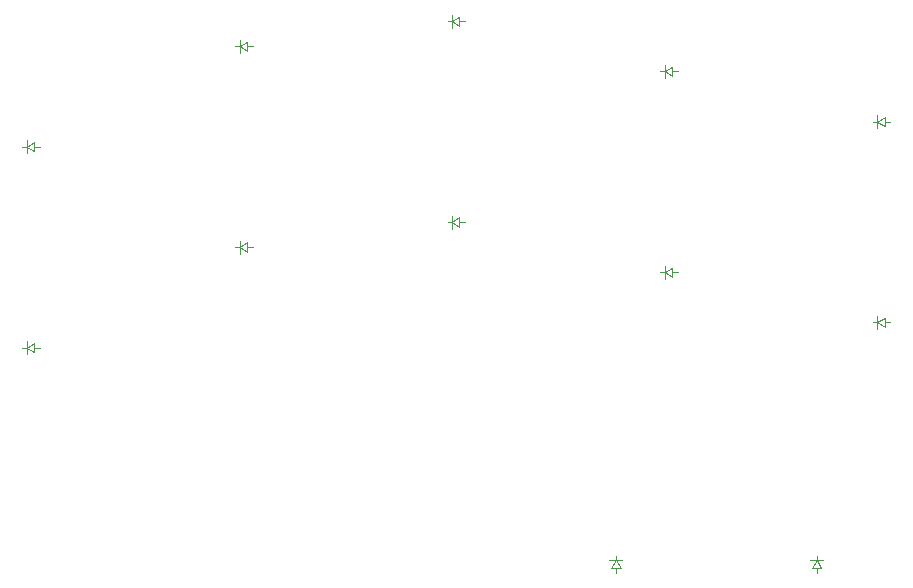
<source format=gbo>
G04 #@! TF.GenerationSoftware,KiCad,Pcbnew,7.0.8*
G04 #@! TF.CreationDate,2024-04-01T22:38:09+01:00*
G04 #@! TF.ProjectId,left,6c656674-2e6b-4696-9361-645f70636258,v1.0.0*
G04 #@! TF.SameCoordinates,Original*
G04 #@! TF.FileFunction,Legend,Bot*
G04 #@! TF.FilePolarity,Positive*
%FSLAX46Y46*%
G04 Gerber Fmt 4.6, Leading zero omitted, Abs format (unit mm)*
G04 Created by KiCad (PCBNEW 7.0.8) date 2024-04-01 22:38:09*
%MOMM*%
%LPD*%
G01*
G04 APERTURE LIST*
%ADD10C,0.100000*%
%ADD11C,3.429000*%
%ADD12C,1.701800*%
%ADD13C,2.032000*%
%ADD14R,0.900000X1.200000*%
%ADD15R,1.200000X0.900000*%
G04 APERTURE END LIST*
D10*
X109250000Y-141125000D02*
X109750000Y-141125000D01*
X109250000Y-141525000D02*
X108650000Y-141125000D01*
X109250000Y-140725000D02*
X109250000Y-141525000D01*
X108650000Y-141125000D02*
X109250000Y-140725000D01*
X108650000Y-141125000D02*
X108650000Y-141675000D01*
X108650000Y-141125000D02*
X108650000Y-140575000D01*
X108250000Y-141125000D02*
X108650000Y-141125000D01*
X109250000Y-124125000D02*
X109750000Y-124125000D01*
X109250000Y-124525000D02*
X108650000Y-124125000D01*
X109250000Y-123725000D02*
X109250000Y-124525000D01*
X108650000Y-124125000D02*
X109250000Y-123725000D01*
X108650000Y-124125000D02*
X108650000Y-124675000D01*
X108650000Y-124125000D02*
X108650000Y-123575000D01*
X108250000Y-124125000D02*
X108650000Y-124125000D01*
X127250000Y-132625000D02*
X127750000Y-132625000D01*
X127250000Y-133025000D02*
X126650000Y-132625000D01*
X127250000Y-132225000D02*
X127250000Y-133025000D01*
X126650000Y-132625000D02*
X127250000Y-132225000D01*
X126650000Y-132625000D02*
X126650000Y-133175000D01*
X126650000Y-132625000D02*
X126650000Y-132075000D01*
X126250000Y-132625000D02*
X126650000Y-132625000D01*
X127250000Y-115625000D02*
X127750000Y-115625000D01*
X127250000Y-116025000D02*
X126650000Y-115625000D01*
X127250000Y-115225000D02*
X127250000Y-116025000D01*
X126650000Y-115625000D02*
X127250000Y-115225000D01*
X126650000Y-115625000D02*
X126650000Y-116175000D01*
X126650000Y-115625000D02*
X126650000Y-115075000D01*
X126250000Y-115625000D02*
X126650000Y-115625000D01*
X145250000Y-130500000D02*
X145750000Y-130500000D01*
X145250000Y-130900000D02*
X144650000Y-130500000D01*
X145250000Y-130100000D02*
X145250000Y-130900000D01*
X144650000Y-130500000D02*
X145250000Y-130100000D01*
X144650000Y-130500000D02*
X144650000Y-131050000D01*
X144650000Y-130500000D02*
X144650000Y-129950000D01*
X144250000Y-130500000D02*
X144650000Y-130500000D01*
X145250000Y-113500000D02*
X145750000Y-113500000D01*
X145250000Y-113900000D02*
X144650000Y-113500000D01*
X145250000Y-113100000D02*
X145250000Y-113900000D01*
X144650000Y-113500000D02*
X145250000Y-113100000D01*
X144650000Y-113500000D02*
X144650000Y-114050000D01*
X144650000Y-113500000D02*
X144650000Y-112950000D01*
X144250000Y-113500000D02*
X144650000Y-113500000D01*
X163250000Y-134750000D02*
X163750000Y-134750000D01*
X163250000Y-135150000D02*
X162650000Y-134750000D01*
X163250000Y-134350000D02*
X163250000Y-135150000D01*
X162650000Y-134750000D02*
X163250000Y-134350000D01*
X162650000Y-134750000D02*
X162650000Y-135300000D01*
X162650000Y-134750000D02*
X162650000Y-134200000D01*
X162250000Y-134750000D02*
X162650000Y-134750000D01*
X163250000Y-117750000D02*
X163750000Y-117750000D01*
X163250000Y-118150000D02*
X162650000Y-117750000D01*
X163250000Y-117350000D02*
X163250000Y-118150000D01*
X162650000Y-117750000D02*
X163250000Y-117350000D01*
X162650000Y-117750000D02*
X162650000Y-118300000D01*
X162650000Y-117750000D02*
X162650000Y-117200000D01*
X162250000Y-117750000D02*
X162650000Y-117750000D01*
X181250000Y-139000000D02*
X181750000Y-139000000D01*
X181250000Y-139400000D02*
X180650000Y-139000000D01*
X181250000Y-138600000D02*
X181250000Y-139400000D01*
X180650000Y-139000000D02*
X181250000Y-138600000D01*
X180650000Y-139000000D02*
X180650000Y-139550000D01*
X180650000Y-139000000D02*
X180650000Y-138450000D01*
X180250000Y-139000000D02*
X180650000Y-139000000D01*
X181250000Y-122000000D02*
X181750000Y-122000000D01*
X181250000Y-122400000D02*
X180650000Y-122000000D01*
X181250000Y-121600000D02*
X181250000Y-122400000D01*
X180650000Y-122000000D02*
X181250000Y-121600000D01*
X180650000Y-122000000D02*
X180650000Y-122550000D01*
X180650000Y-122000000D02*
X180650000Y-121450000D01*
X180250000Y-122000000D02*
X180650000Y-122000000D01*
X158500000Y-159750000D02*
X158500000Y-160250000D01*
X158100000Y-159750000D02*
X158500000Y-159150000D01*
X158900000Y-159750000D02*
X158100000Y-159750000D01*
X158500000Y-159150000D02*
X158900000Y-159750000D01*
X158500000Y-159150000D02*
X157950000Y-159150000D01*
X158500000Y-159150000D02*
X159050000Y-159150000D01*
X158500000Y-158750000D02*
X158500000Y-159150000D01*
X175500000Y-159750000D02*
X175500000Y-160250000D01*
X175100000Y-159750000D02*
X175500000Y-159150000D01*
X175900000Y-159750000D02*
X175100000Y-159750000D01*
X175500000Y-159150000D02*
X175900000Y-159750000D01*
X175500000Y-159150000D02*
X174950000Y-159150000D01*
X175500000Y-159150000D02*
X176050000Y-159150000D01*
X175500000Y-158750000D02*
X175500000Y-159150000D01*
%LPC*%
D11*
X109000000Y-136125000D03*
D12*
X114500000Y-136125000D03*
X103500000Y-136125000D03*
D13*
X114000000Y-132325000D03*
X109000000Y-130225000D03*
D11*
X109000000Y-119125000D03*
D12*
X114500000Y-119125000D03*
X103500000Y-119125000D03*
D13*
X114000000Y-115325000D03*
X109000000Y-113225000D03*
D11*
X127000000Y-127625000D03*
D12*
X132500000Y-127625000D03*
X121500000Y-127625000D03*
D13*
X132000000Y-123825000D03*
X127000000Y-121725000D03*
D11*
X127000000Y-110625000D03*
D12*
X132500000Y-110625000D03*
X121500000Y-110625000D03*
D13*
X132000000Y-106825000D03*
X127000000Y-104725000D03*
D11*
X145000000Y-125500000D03*
D12*
X150500000Y-125500000D03*
X139500000Y-125500000D03*
D13*
X150000000Y-121700000D03*
X145000000Y-119600000D03*
D11*
X145000000Y-108500000D03*
D12*
X150500000Y-108500000D03*
X139500000Y-108500000D03*
D13*
X150000000Y-104700000D03*
X145000000Y-102600000D03*
D11*
X163000000Y-129750000D03*
D12*
X168500000Y-129750000D03*
X157500000Y-129750000D03*
D13*
X168000000Y-125950000D03*
X163000000Y-123850000D03*
D11*
X163000000Y-112750000D03*
D12*
X168500000Y-112750000D03*
X157500000Y-112750000D03*
D13*
X168000000Y-108950000D03*
X163000000Y-106850000D03*
D11*
X181000000Y-134000000D03*
D12*
X186500000Y-134000000D03*
X175500000Y-134000000D03*
D13*
X186000000Y-130200000D03*
X181000000Y-128100000D03*
D11*
X181000000Y-117000000D03*
D12*
X186500000Y-117000000D03*
X175500000Y-117000000D03*
D13*
X186000000Y-113200000D03*
X181000000Y-111100000D03*
D11*
X163500000Y-159500000D03*
D12*
X163500000Y-165000000D03*
X163500000Y-154000000D03*
D13*
X167300000Y-164500000D03*
X169400000Y-159500000D03*
D11*
X180500000Y-159500000D03*
D12*
X180500000Y-165000000D03*
X180500000Y-154000000D03*
D13*
X184300000Y-164500000D03*
X186400000Y-159500000D03*
D14*
X107350000Y-141125000D03*
X110650000Y-141125000D03*
X107350000Y-124125000D03*
X110650000Y-124125000D03*
X125350000Y-132625000D03*
X128650000Y-132625000D03*
X125350000Y-115625000D03*
X128650000Y-115625000D03*
X143350000Y-130500000D03*
X146650000Y-130500000D03*
X143350000Y-113500000D03*
X146650000Y-113500000D03*
X161350000Y-134750000D03*
X164650000Y-134750000D03*
X161350000Y-117750000D03*
X164650000Y-117750000D03*
X179350000Y-139000000D03*
X182650000Y-139000000D03*
X179350000Y-122000000D03*
X182650000Y-122000000D03*
D15*
X158500000Y-157850000D03*
X158500000Y-161150000D03*
X175500000Y-157850000D03*
X175500000Y-161150000D03*
%LPD*%
M02*

</source>
